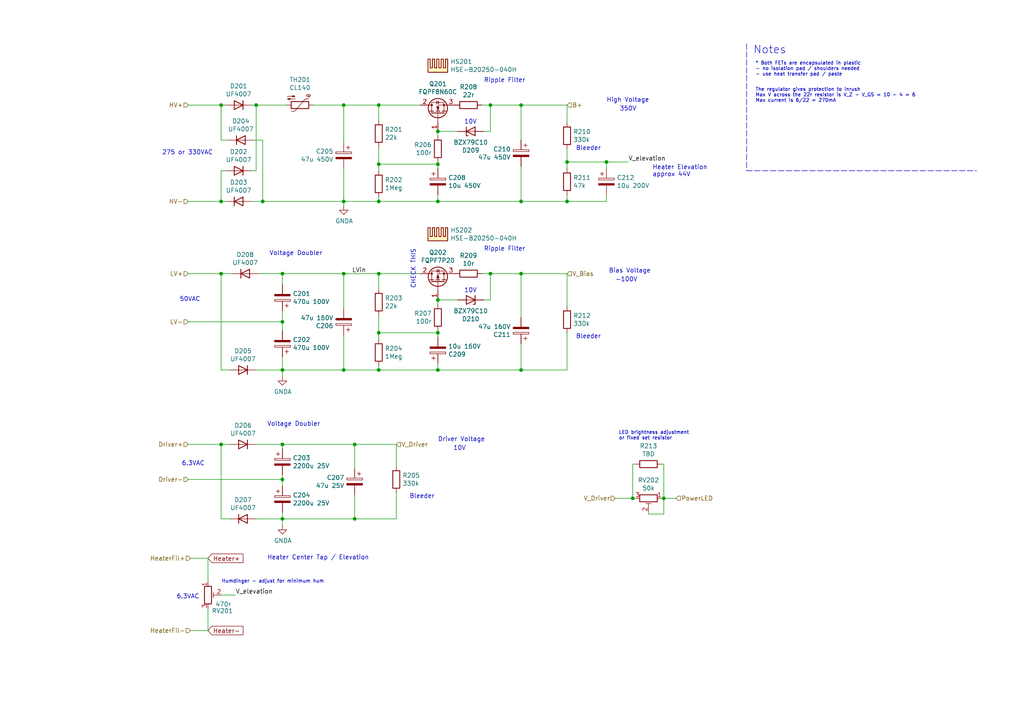
<source format=kicad_sch>
(kicad_sch (version 20211123) (generator eeschema)
  (paper "A4")
  (title_block (title "Baby Huey - \"Engineer's Version\" - Power Supply"))
  (lib_symbols
    (symbol "Device:C_Polarized" (pin_numbers hide) (pin_names (offset 0.254))
      (property "Reference" "C" (at 0.635 2.54 0))
      (property "Value" "C_Polarized" (at 0.635 -2.54 0))
      (symbol "C_Polarized_0_1"
        (rectangle (start -2.286 0.508) (end 2.286 1.016))
        (polyline (pts (xy -1.778 2.286) (xy -0.762 2.286)))
        (polyline (pts (xy -1.27 2.794) (xy -1.27 1.778)))
        (rectangle (start 2.286 -0.508) (end -2.286 -1.016) (fill (type outline)))
      )
      (symbol "C_Polarized_1_1"
        (pin passive line (at 0 3.81 270) (length 2.794) (name "~") (number "1"))
        (pin passive line (at 0 -3.81 90) (length 2.794) (name "~") (number "2"))
      )
    )
    (symbol "Device:D" (pin_numbers hide) (pin_names (offset 1.016) hide)
      (property "Reference" "D" (at 0 2.54 0))
      (property "Value" "D" (at 0 -2.54 0))
      (symbol "D_0_1"
        (polyline (pts (xy -1.27 1.27) (xy -1.27 -1.27)) (stroke (width 0.254)))
        (polyline (pts (xy 1.27 0) (xy -1.27 0)))
        (polyline (pts (xy 1.27 1.27) (xy 1.27 -1.27) (xy -1.27 0) (xy 1.27 1.27)) (stroke (width 0.254)))
      )
      (symbol "D_1_1"
        (pin passive line (at -3.81 0 0) (length 2.54) (name "K") (number "1"))
        (pin passive line (at 3.81 0 180) (length 2.54) (name "A") (number "2"))
      )
    )
    (symbol "Device:Q_NMOS_GDS" (pin_names (offset 0) hide)
      (property "Reference" "Q" (at 5.08 1.27 0))
      (property "Value" "Q_NMOS_GDS" (at 5.08 -1.27 0))
      (symbol "Q_NMOS_GDS_0_1"
        (polyline (pts (xy 0.254 0) (xy -2.54 0)))
        (polyline (pts (xy 0.254 1.905) (xy 0.254 -1.905)) (stroke (width 0.254)))
        (polyline (pts (xy 0.762 -1.27) (xy 0.762 -2.286)) (stroke (width 0.254)))
        (polyline (pts (xy 0.762 0.508) (xy 0.762 -0.508)) (stroke (width 0.254)))
        (polyline (pts (xy 0.762 2.286) (xy 0.762 1.27)) (stroke (width 0.254)))
        (polyline (pts (xy 2.54 2.54) (xy 2.54 1.778)))
        (polyline (pts (xy 2.54 -2.54) (xy 2.54 0) (xy 0.762 0)))
        (polyline (pts (xy 0.762 -1.778) (xy 3.302 -1.778) (xy 3.302 1.778) (xy 0.762 1.778)))
        (polyline (pts (xy 1.016 0) (xy 2.032 0.381) (xy 2.032 -0.381) (xy 1.016 0)) (fill (type outline)))
        (polyline (pts (xy 2.794 0.508) (xy 2.921 0.381) (xy 3.683 0.381) (xy 3.81 0.254)))
        (polyline (pts (xy 3.302 0.381) (xy 2.921 -0.254) (xy 3.683 -0.254) (xy 3.302 0.381)))
        (circle (center 1.651 0) (radius 2.794) (stroke (width 0.254)))
        (circle (center 2.54 -1.778) (radius 0.254) (fill (type outline)))
        (circle (center 2.54 1.778) (radius 0.254) (fill (type outline)))
      )
      (symbol "Q_NMOS_GDS_1_1"
        (pin input line (at -5.08 0 0) (length 2.54) (name "G") (number "1"))
        (pin passive line (at 2.54 5.08 270) (length 2.54) (name "D") (number "2"))
        (pin passive line (at 2.54 -5.08 90) (length 2.54) (name "S") (number "3"))
      )
    )
    (symbol "Device:Q_PMOS_GDS" (pin_names (offset 0) hide)
      (property "Reference" "Q" (at 5.08 1.27 0))
      (property "Value" "Q_PMOS_GDS" (at 5.08 -1.27 0))
      (symbol "Q_PMOS_GDS_0_1"
        (polyline (pts (xy 0.254 0) (xy -2.54 0)))
        (polyline (pts (xy 0.254 1.905) (xy 0.254 -1.905)) (stroke (width 0.254)))
        (polyline (pts (xy 0.762 -1.27) (xy 0.762 -2.286)) (stroke (width 0.254)))
        (polyline (pts (xy 0.762 0.508) (xy 0.762 -0.508)) (stroke (width 0.254)))
        (polyline (pts (xy 0.762 2.286) (xy 0.762 1.27)) (stroke (width 0.254)))
        (polyline (pts (xy 2.54 2.54) (xy 2.54 1.778)))
        (polyline (pts (xy 2.54 -2.54) (xy 2.54 0) (xy 0.762 0)))
        (polyline (pts (xy 0.762 1.778) (xy 3.302 1.778) (xy 3.302 -1.778) (xy 0.762 -1.778)))
        (polyline (pts (xy 2.286 0) (xy 1.27 0.381) (xy 1.27 -0.381) (xy 2.286 0)) (fill (type outline)))
        (polyline (pts (xy 2.794 -0.508) (xy 2.921 -0.381) (xy 3.683 -0.381) (xy 3.81 -0.254)))
        (polyline (pts (xy 3.302 -0.381) (xy 2.921 0.254) (xy 3.683 0.254) (xy 3.302 -0.381)))
        (circle (center 1.651 0) (radius 2.794) (stroke (width 0.254)))
        (circle (center 2.54 -1.778) (radius 0.254) (fill (type outline)))
        (circle (center 2.54 1.778) (radius 0.254) (fill (type outline)))
      )
      (symbol "Q_PMOS_GDS_1_1"
        (pin input line (at -5.08 0 0) (length 2.54) (name "G") (number "1"))
        (pin passive line (at 2.54 5.08 270) (length 2.54) (name "D") (number "2"))
        (pin passive line (at 2.54 -5.08 90) (length 2.54) (name "S") (number "3"))
      )
    )
    (symbol "Device:R" (pin_numbers hide) (pin_names (offset 0))
      (property "Reference" "R" (at 2.032 0 90))
      (property "Value" "R" (at 0 0 90))
      (symbol "R_0_1"
        (rectangle (start -1.016 -2.54) (end 1.016 2.54) (stroke (width 0.254)))
      )
      (symbol "R_1_1"
        (pin passive line (at 0 3.81 270) (length 1.27) (name "~") (number "1"))
        (pin passive line (at 0 -3.81 90) (length 1.27) (name "~") (number "2"))
      )
    )
    (symbol "Device:R_Potentiometer_Trim" (pin_names (offset 1.016) hide)
      (property "Reference" "RV" (at -4.445 0 90))
      (property "Value" "R_Potentiometer_Trim" (at -2.54 0 90))
      (symbol "R_Potentiometer_Trim_0_1"
        (polyline (pts (xy 1.524 0.762) (xy 1.524 -0.762)))
        (polyline (pts (xy 2.54 0) (xy 1.524 0)))
        (rectangle (start 1.016 2.54) (end -1.016 -2.54) (stroke (width 0.254)))
      )
      (symbol "R_Potentiometer_Trim_1_1"
        (pin passive line (at 0 3.81 270) (length 1.27) (name "1") (number "1"))
        (pin passive line (at 3.81 0 180) (length 1.27) (name "2") (number "2"))
        (pin passive line (at 0 -3.81 90) (length 1.27) (name "3") (number "3"))
      )
    )
    (symbol "Device:Thermistor_NTC" (pin_numbers hide) (pin_names (offset 0))
      (property "Reference" "TH" (at -4.445 0 90))
      (property "Value" "Thermistor_NTC" (at 3.175 0 90))
      (symbol "Thermistor_NTC_0_1"
        (arc (start -3.048 2.159) (mid -3.0505 2.3165) (end -3.175 2.413))
        (arc (start -3.048 2.159) (mid -2.9736 1.9794) (end -2.794 1.905))
        (arc (start -3.048 2.794) (mid -2.9736 2.6144) (end -2.794 2.54))
        (arc (start -2.794 1.905) (mid -2.6144 1.9794) (end -2.54 2.159))
        (arc (start -2.794 2.54) (mid -2.434 2.5608) (end -2.159 2.794))
        (arc (start -2.794 3.048) (mid -2.9736 2.9736) (end -3.048 2.794))
        (arc (start -2.54 2.794) (mid -2.6144 2.9736) (end -2.794 3.048))
        (rectangle (start -1.016 2.54) (end 1.016 -2.54) (stroke (width 0.254)))
        (polyline (pts (xy -2.54 2.159) (xy -2.54 2.794)))
        (polyline (pts (xy -1.778 2.54) (xy -1.778 1.524) (xy 1.778 -1.524) (xy 1.778 -2.54)))
        (polyline (pts (xy -2.54 -3.683) (xy -2.54 -1.397) (xy -2.794 -2.159) (xy -2.286 -2.159) (xy -2.54 -1.397) (xy -2.54 -1.651)) (fill (type outline)))
        (polyline (pts (xy -1.778 -1.397) (xy -1.778 -3.683) (xy -2.032 -2.921) (xy -1.524 -2.921) (xy -1.778 -3.683) (xy -1.778 -3.429)) (fill (type outline)))
      )
      (symbol "Thermistor_NTC_1_1"
        (pin passive line (at 0 3.81 270) (length 1.27) (name "~") (number "1"))
        (pin passive line (at 0 -3.81 90) (length 1.27) (name "~") (number "2"))
      )
    )
    (symbol "Diode:1N47xxA" (pin_numbers hide) (pin_names (offset 1.016) hide)
      (property "Reference" "D" (at 0 2.54 0))
      (property "Value" "1N47xxA" (at 0 -2.54 0))
      (symbol "1N47xxA_0_1"
        (polyline (pts (xy 1.27 0) (xy -1.27 0)))
        (polyline (pts (xy -1.27 -1.27) (xy -1.27 1.27) (xy -0.762 1.27)) (stroke (width 0.254)))
        (polyline (pts (xy 1.27 -1.27) (xy 1.27 1.27) (xy -1.27 0) (xy 1.27 -1.27)) (stroke (width 0.254)))
      )
      (symbol "1N47xxA_1_1"
        (pin passive line (at -3.81 0 0) (length 2.54) (name "K") (number "1"))
        (pin passive line (at 3.81 0 180) (length 2.54) (name "A") (number "2"))
      )
    )
    (symbol "Mechanical:Heatsink" (pin_names (offset 1.016))
      (property "Reference" "HS" (at 0 5.08 0))
      (property "Value" "Heatsink" (at 0 -1.27 0))
      (symbol "Heatsink_0_1"
        (polyline (pts (xy -0.3302 1.27) (xy -0.9652 1.27) (xy -0.9652 3.81) (xy -1.6002 3.81) (xy -1.6002 1.27) (xy -2.2352 1.27) (xy -2.2352 3.81) (xy -2.8702 3.81) (xy -2.8702 0) (xy -0.9652 0)) (stroke (width 0.254)) (fill (type background)))
        (polyline (pts (xy -0.3302 1.27) (xy -0.3302 3.81) (xy 0.3048 3.81) (xy 0.3048 1.27) (xy 0.9398 1.27) (xy 0.9398 3.81) (xy 1.5748 3.81) (xy 1.5748 1.27) (xy 2.2098 1.27) (xy 2.2098 3.81) (xy 2.8448 3.81) (xy 2.8448 0) (xy -0.9652 0)) (stroke (width 0.254)) (fill (type background)))
      )
    )
    (symbol "power:GNDA" (power) (pin_names (offset 0))
      (property "Value" "GNDA" (at 0 -3.81 0))
      (symbol "GNDA_0_1"
        (polyline (pts (xy 0 0) (xy 0 -1.27) (xy 1.27 -1.27) (xy 0 -2.54) (xy -1.27 -1.27) (xy 0 -1.27)))
      )
      (symbol "GNDA_1_1"
        (pin power_in line (at 0 0 270) (length 0) hide (name "GNDA") (number "1"))
      )
    )
  )
  (junction (at 81.915 150.495))
  (junction (at 64.135 128.905))
  (junction (at 102.87 128.905))
  (junction (at 64.135 79.375))
  (junction (at 109.855 58.42))
  (junction (at 151.13 58.42))
  (junction (at 81.915 79.375))
  (junction (at 127 58.42))
  (junction (at 109.855 79.375))
  (junction (at 109.855 30.48))
  (junction (at 109.855 47.625))
  (junction (at 74.295 30.48))
  (junction (at 64.135 58.42))
  (junction (at 76.2 58.42))
  (junction (at 109.855 96.52))
  (junction (at 183.515 144.526))
  (junction (at 127 86.995))
  (junction (at 142.24 30.48))
  (junction (at 127 38.1))
  (junction (at 81.915 139.065))
  (junction (at 127 96.52))
  (junction (at 64.135 30.48))
  (junction (at 109.855 107.315))
  (junction (at 151.13 79.375))
  (junction (at 151.13 30.48))
  (junction (at 127 47.625))
  (junction (at 81.915 107.315))
  (junction (at 99.695 30.48))
  (junction (at 81.915 93.345))
  (junction (at 102.87 150.495))
  (junction (at 175.895 46.99))
  (junction (at 99.695 79.375))
  (junction (at 142.24 79.375))
  (junction (at 151.13 107.315))
  (junction (at 192.532 144.526))
  (junction (at 127 107.315))
  (junction (at 81.915 128.905))
  (junction (at 99.695 58.42))
  (junction (at 164.465 46.99))
  (junction (at 99.695 107.315))
  (junction (at 164.465 58.42))
  (wire (pts (xy 81.915 150.495) (xy 102.87 150.495)))
  (polyline (pts (xy 216.535 12.7) (xy 216.535 49.53)))
  (wire (pts (xy 64.135 79.375) (xy 54.61 79.375)))
  (wire (pts (xy 99.695 79.375) (xy 99.695 89.535)))
  (wire (pts (xy 109.855 96.52) (xy 127 96.52)))
  (wire (pts (xy 99.695 59.69) (xy 99.695 58.42)))
  (wire (pts (xy 140.335 38.1) (xy 142.24 38.1)))
  (polyline (pts (xy 216.535 49.53) (xy 283.21 49.53)))
  (wire (pts (xy 192.532 134.62) (xy 192.532 144.526)))
  (wire (pts (xy 81.915 93.345) (xy 81.915 90.17)))
  (wire (pts (xy 81.915 95.885) (xy 81.915 93.345)))
  (wire (pts (xy 81.915 150.495) (xy 81.915 148.59)))
  (wire (pts (xy 127 48.895) (xy 127 47.625)))
  (wire (pts (xy 127 46.99) (xy 127 47.625)))
  (wire (pts (xy 182.245 46.99) (xy 175.895 46.99)))
  (wire (pts (xy 183.515 134.62) (xy 183.515 144.526)))
  (wire (pts (xy 109.855 83.82) (xy 109.855 79.375)))
  (wire (pts (xy 60.325 161.925) (xy 60.325 168.783)))
  (wire (pts (xy 65.405 58.42) (xy 64.135 58.42)))
  (wire (pts (xy 127 95.885) (xy 127 96.52)))
  (wire (pts (xy 81.915 93.345) (xy 54.61 93.345)))
  (wire (pts (xy 66.04 40.64) (xy 64.135 40.64)))
  (wire (pts (xy 81.915 137.795) (xy 81.915 139.065)))
  (wire (pts (xy 102.87 150.495) (xy 114.935 150.495)))
  (wire (pts (xy 109.855 98.425) (xy 109.855 96.52)))
  (wire (pts (xy 64.135 172.593) (xy 68.326 172.593)))
  (wire (pts (xy 151.13 30.48) (xy 164.465 30.48)))
  (wire (pts (xy 127 97.79) (xy 127 96.52)))
  (wire (pts (xy 142.24 30.48) (xy 151.13 30.48)))
  (wire (pts (xy 109.855 91.44) (xy 109.855 96.52)))
  (wire (pts (xy 109.855 30.48) (xy 121.92 30.48)))
  (wire (pts (xy 109.855 58.42) (xy 109.855 57.15)))
  (wire (pts (xy 142.24 38.1) (xy 142.24 30.48)))
  (wire (pts (xy 73.025 49.53) (xy 74.295 49.53)))
  (wire (pts (xy 109.855 107.315) (xy 109.855 106.045)))
  (wire (pts (xy 132.715 38.1) (xy 127 38.1)))
  (wire (pts (xy 192.532 144.526) (xy 192.532 149.098)))
  (wire (pts (xy 109.855 47.625) (xy 127 47.625)))
  (wire (pts (xy 54.61 58.42) (xy 64.135 58.42)))
  (wire (pts (xy 164.465 58.42) (xy 164.465 56.515)))
  (wire (pts (xy 183.515 144.526) (xy 184.277 144.526)))
  (wire (pts (xy 191.897 134.62) (xy 192.532 134.62)))
  (wire (pts (xy 66.675 107.315) (xy 64.135 107.315)))
  (wire (pts (xy 64.135 30.48) (xy 64.135 40.64)))
  (wire (pts (xy 64.135 128.905) (xy 66.675 128.905)))
  (wire (pts (xy 109.855 79.375) (xy 121.92 79.375)))
  (wire (pts (xy 114.935 150.495) (xy 114.935 142.875)))
  (wire (pts (xy 73.66 40.64) (xy 76.2 40.64)))
  (wire (pts (xy 164.465 46.99) (xy 175.895 46.99)))
  (wire (pts (xy 99.695 79.375) (xy 109.855 79.375)))
  (wire (pts (xy 142.24 86.995) (xy 142.24 79.375)))
  (wire (pts (xy 127 39.37) (xy 127 38.1)))
  (wire (pts (xy 164.465 43.18) (xy 164.465 46.99)))
  (wire (pts (xy 139.7 79.375) (xy 142.24 79.375)))
  (wire (pts (xy 191.897 144.526) (xy 192.532 144.526)))
  (wire (pts (xy 64.135 58.42) (xy 64.135 49.53)))
  (wire (pts (xy 73.025 58.42) (xy 76.2 58.42)))
  (wire (pts (xy 164.465 107.315) (xy 164.465 96.52)))
  (wire (pts (xy 109.855 58.42) (xy 127 58.42)))
  (wire (pts (xy 140.335 86.995) (xy 142.24 86.995)))
  (wire (pts (xy 109.855 42.545) (xy 109.855 47.625)))
  (wire (pts (xy 164.465 79.375) (xy 164.465 88.9)))
  (wire (pts (xy 175.895 48.895) (xy 175.895 46.99)))
  (wire (pts (xy 64.135 79.375) (xy 64.135 107.315)))
  (wire (pts (xy 66.675 150.495) (xy 64.135 150.495)))
  (wire (pts (xy 109.855 49.53) (xy 109.855 47.625)))
  (wire (pts (xy 151.13 48.26) (xy 151.13 58.42)))
  (wire (pts (xy 102.87 128.905) (xy 114.935 128.905)))
  (wire (pts (xy 127 58.42) (xy 151.13 58.42)))
  (wire (pts (xy 178.435 144.526) (xy 183.515 144.526)))
  (wire (pts (xy 164.465 46.99) (xy 164.465 48.895)))
  (wire (pts (xy 74.295 30.48) (xy 74.295 49.53)))
  (wire (pts (xy 127 107.315) (xy 151.13 107.315)))
  (wire (pts (xy 151.13 40.64) (xy 151.13 30.48)))
  (wire (pts (xy 81.915 82.55) (xy 81.915 79.375)))
  (wire (pts (xy 81.915 107.315) (xy 81.915 103.505)))
  (wire (pts (xy 74.295 128.905) (xy 81.915 128.905)))
  (wire (pts (xy 151.13 99.695) (xy 151.13 107.315)))
  (wire (pts (xy 81.915 140.97) (xy 81.915 139.065)))
  (wire (pts (xy 114.935 128.905) (xy 114.935 135.255)))
  (wire (pts (xy 151.13 107.315) (xy 164.465 107.315)))
  (wire (pts (xy 74.295 150.495) (xy 81.915 150.495)))
  (wire (pts (xy 188.087 148.336) (xy 188.087 149.098)))
  (wire (pts (xy 109.855 107.315) (xy 127 107.315)))
  (wire (pts (xy 90.805 30.48) (xy 99.695 30.48)))
  (wire (pts (xy 99.695 30.48) (xy 109.855 30.48)))
  (wire (pts (xy 132.715 86.995) (xy 127 86.995)))
  (wire (pts (xy 192.532 149.098) (xy 188.087 149.098)))
  (wire (pts (xy 127 88.265) (xy 127 86.995)))
  (wire (pts (xy 81.915 79.375) (xy 99.695 79.375)))
  (wire (pts (xy 60.325 161.925) (xy 55.245 161.925)))
  (wire (pts (xy 81.915 109.22) (xy 81.915 107.315)))
  (wire (pts (xy 74.295 107.315) (xy 81.915 107.315)))
  (wire (pts (xy 76.2 58.42) (xy 99.695 58.42)))
  (wire (pts (xy 164.465 58.42) (xy 175.895 58.42)))
  (wire (pts (xy 81.915 107.315) (xy 99.695 107.315)))
  (wire (pts (xy 81.915 128.905) (xy 102.87 128.905)))
  (wire (pts (xy 102.87 143.51) (xy 102.87 150.495)))
  (wire (pts (xy 109.855 34.925) (xy 109.855 30.48)))
  (wire (pts (xy 192.532 144.526) (xy 196.088 144.526)))
  (wire (pts (xy 151.13 79.375) (xy 164.465 79.375)))
  (wire (pts (xy 81.915 152.4) (xy 81.915 150.495)))
  (wire (pts (xy 99.695 107.315) (xy 109.855 107.315)))
  (wire (pts (xy 151.13 92.075) (xy 151.13 79.375)))
  (wire (pts (xy 64.135 49.53) (xy 65.405 49.53)))
  (wire (pts (xy 74.295 30.48) (xy 73.025 30.48)))
  (wire (pts (xy 64.135 150.495) (xy 64.135 128.905)))
  (wire (pts (xy 76.2 40.64) (xy 76.2 58.42)))
  (wire (pts (xy 74.93 79.375) (xy 81.915 79.375)))
  (wire (pts (xy 67.31 79.375) (xy 64.135 79.375)))
  (wire (pts (xy 99.695 58.42) (xy 109.855 58.42)))
  (wire (pts (xy 81.915 130.175) (xy 81.915 128.905)))
  (wire (pts (xy 99.695 30.48) (xy 99.695 41.275)))
  (wire (pts (xy 60.325 176.403) (xy 60.325 182.88)))
  (wire (pts (xy 99.695 97.155) (xy 99.695 107.315)))
  (wire (pts (xy 183.515 134.62) (xy 184.277 134.62)))
  (wire (pts (xy 127 105.41) (xy 127 107.315)))
  (wire (pts (xy 102.87 128.905) (xy 102.87 135.89)))
  (wire (pts (xy 64.135 128.905) (xy 54.61 128.905)))
  (wire (pts (xy 74.295 30.48) (xy 83.185 30.48)))
  (wire (pts (xy 164.465 30.48) (xy 164.465 35.56)))
  (wire (pts (xy 127 56.515) (xy 127 58.42)))
  (wire (pts (xy 99.695 48.895) (xy 99.695 58.42)))
  (wire (pts (xy 139.7 30.48) (xy 142.24 30.48)))
  (wire (pts (xy 81.915 139.065) (xy 54.61 139.065)))
  (wire (pts (xy 175.895 58.42) (xy 175.895 56.515)))
  (wire (pts (xy 142.24 79.375) (xy 151.13 79.375)))
  (wire (pts (xy 54.61 30.48) (xy 64.135 30.48)))
  (wire (pts (xy 55.245 182.88) (xy 60.325 182.88)))
  (wire (pts (xy 64.135 30.48) (xy 65.405 30.48)))
  (wire (pts (xy 151.13 58.42) (xy 164.465 58.42)))
  (text "The regulator gives protection to inrush\nMax V across the 22r resistor is V_Z - V_GS = 10 - 4 = 6\nMax current is 6/22 = 270mA" (at 219.075 29.845 0) (effects (font (size 0.9906 0.9906)) (justify left bottom)))
  (text "Bleeder" (at 118.745 144.78 0) (effects (font (size 1.27 1.27)) (justify left bottom)))
  (text "Ripple Filter" (at 140.335 73.025 0) (effects (font (size 1.27 1.27)) (justify left bottom)))
  (text "Bleeder" (at 167.005 98.425 0) (effects (font (size 1.27 1.27)) (justify left bottom)))
  (text "CHECK THIS" (at 120.65 83.82 90) (effects (font (size 1.27 1.27)) (justify left bottom)))
  (text "* Both FETs are encapsulated in plastic\n- no isolation pad / shoulders needed\n- use heat transfer pad / paste" (at 219.075 22.225 0) (effects (font (size 0.9906 0.9906)) (justify left bottom)))
  (text "350V" (at 179.705 32.385 0) (effects (font (size 1.27 1.27)) (justify left bottom)))
  (text "Bleeder" (at 167.005 43.815 0) (effects (font (size 1.27 1.27)) (justify left bottom)))
  (text "10V" (at 131.445 130.81 0) (effects (font (size 1.27 1.27)) (justify left bottom)))
  (text "10V" (at 134.62 85.09 0) (effects (font (size 1.27 1.27)) (justify left bottom)))
  (text "Ripple Filter" (at 140.335 24.13 0) (effects (font (size 1.27 1.27)) (justify left bottom)))
  (text "Heater Elevation\napprox 44V" (at 189.23 51.435 0) (effects (font (size 1.27 1.27)) (justify left bottom)))
  (text "Bias Voltage" (at 176.53 79.375 0) (effects (font (size 1.27 1.27)) (justify left bottom)))
  (text "-100V" (at 178.435 81.915 0) (effects (font (size 1.27 1.27)) (justify left bottom)))
  (text "Driver Voltage" (at 127 128.27 0) (effects (font (size 1.27 1.27)) (justify left bottom)))
  (text "6.3VAC" (at 52.705 135.255 0) (effects (font (size 1.27 1.27)) (justify left bottom)))
  (text "Voltage Doubler" (at 77.47 123.825 0) (effects (font (size 1.27 1.27)) (justify left bottom)))
  (text "Voltage Doubler" (at 78.105 74.295 0) (effects (font (size 1.27 1.27)) (justify left bottom)))
  (text "275 or 330VAC" (at 46.99 45.085 0) (effects (font (size 1.27 1.27)) (justify left bottom)))
  (text "Heater Center Tap / Elevation " (at 77.47 162.56 0) (effects (font (size 1.27 1.27)) (justify left bottom)))
  (text "Notes" (at 218.44 15.875 0) (effects (font (size 2.2606 2.2606)) (justify left bottom)))
  (text "Humdinger - adjust for minimum hum" (at 64.262 169.291 0) (effects (font (size 1 1)) (justify left bottom)))
  (text "LED brightness adjustment\nor fixed set resistor" (at 179.451 127.762 0) (effects (font (size 1 1)) (justify left bottom)))
  (text "10V" (at 134.62 36.195 0) (effects (font (size 1.27 1.27)) (justify left bottom)))
  (text "High Voltage" (at 175.895 29.845 0) (effects (font (size 1.27 1.27)) (justify left bottom)))
  (text "6.3VAC" (at 51.181 173.863 0) (effects (font (size 1.27 1.27)) (justify left bottom)))
  (text "50VAC" (at 52.07 87.63 0) (effects (font (size 1.27 1.27)) (justify left bottom)))
  (label "V_elevation" (at 182.245 46.99 0))
  (label "LVin" (at 102.108 79.375 0))
  (label "V_elevation" (at 68.326 172.593 0))
  (global_label "Heater-" (shape input) (at 60.325 182.88 0) (property "Intersheet References" "${INTERSHEET_REFS}" (effects hide)))
  (global_label "Heater+" (shape input) (at 60.325 161.925 0) (property "Intersheet References" "${INTERSHEET_REFS}" (effects hide)))
  (hierarchical_label "PowerLED" (shape input) (at 196.088 144.526 0))
  (hierarchical_label "Driver-" (shape input) (at 54.61 139.065 180))
  (hierarchical_label "V_Driver" (shape input) (at 178.435 144.526 180))
  (hierarchical_label "Driver+" (shape input) (at 54.61 128.905 180))
  (hierarchical_label "V_Driver" (shape input) (at 114.935 128.905 0))
  (hierarchical_label "HeaterFil+" (shape input) (at 55.245 161.925 180))
  (hierarchical_label "HV-" (shape input) (at 54.61 58.42 180))
  (hierarchical_label "B+" (shape input) (at 164.465 30.48 0))
  (hierarchical_label "HV+" (shape input) (at 54.61 30.48 180))
  (hierarchical_label "HeaterFil-" (shape input) (at 55.245 182.88 180))
  (hierarchical_label "LV+" (shape input) (at 54.61 79.375 180))
  (hierarchical_label "LV-" (shape input) (at 54.61 93.345 180))
  (hierarchical_label "V_Bias" (shape input) (at 164.465 79.375 0))
  (symbol (lib_id "Device:Q_NMOS_GDS") (at 127 33.02 90) (unit 1)
    (property "Reference" "Q201" (at 127 24.3332 90))
    (property "Value" "FQPF8N60C" (at 127 26.6446 90))
    (property "Footprint" "Package_TO_SOT_THT:TO-220-3_Vertical" (effects hide))
    (property "mpn" "FQPF8N60C" (effects hide))
  )
  (symbol (lib_id "Device:R") (at 127 43.18 0) (mirror y) (unit 1)
    (property "Reference" "R206" (at 125.222 42.0116 0) (effects (justify left)))
    (property "Value" "100r" (at 125.222 44.323 0) (effects (justify left)))
    (property "Footprint" "Resistor_THT:R_Axial_DIN0207_L6.3mm_D2.5mm_P10.16mm_Horizontal" (effects hide))
    (property "mpn" "MF0207FRE52-100R" (effects hide))
  )
  (symbol (lib_id "Device:R") (at 135.89 30.48 270) (unit 1)
    (property "Reference" "R208" (at 135.89 25.2222 90))
    (property "Value" "22r" (at 135.89 27.5336 90))
    (property "Footprint" "Resistor_THT:R_Axial_DIN0207_L6.3mm_D2.5mm_P10.16mm_Horizontal" (effects hide))
    (property "mpn" "LR1F22R" (effects hide))
  )
  (symbol (lib_id "Device:C_Polarized") (at 151.13 44.45 0) (mirror y) (unit 1)
    (property "Reference" "C210" (at 148.1328 43.2816 0) (effects (justify left)))
    (property "Value" "47u 450V" (at 148.1328 45.593 0) (effects (justify left)))
    (property "Footprint" "Capacitor_THT:CP_Radial_D18.0mm_P7.50mm" (effects hide))
    (property "mpn" "EEU-EE2W470S" (effects hide))
  )
  (symbol (lib_id "Device:R") (at 109.855 87.63 0) (unit 1)
    (property "Reference" "R203" (at 111.633 86.4616 0) (effects (justify left)))
    (property "Value" "22k" (at 111.633 88.773 0) (effects (justify left)))
    (property "Footprint" "Resistor_THT:R_Axial_DIN0207_L6.3mm_D2.5mm_P10.16mm_Horizontal" (effects hide))
    (property "mpn" "MF0207FTE52-22K" (effects hide))
  )
  (symbol (lib_id "Device:R") (at 109.855 102.235 0) (unit 1)
    (property "Reference" "R204" (at 111.633 101.0666 0) (effects (justify left)))
    (property "Value" "1Meg" (at 111.633 103.378 0) (effects (justify left)))
    (property "Footprint" "Resistor_THT:R_Axial_DIN0207_L6.3mm_D2.5mm_P10.16mm_Horizontal" (effects hide))
    (property "mpn" "MF0207FRE52-1M" (effects hide))
  )
  (symbol (lib_id "Diode:1N47xxA") (at 136.525 86.995 180) (unit 1)
    (property "Reference" "D210" (at 136.525 92.5068 0))
    (property "Value" "BZX79C10" (at 136.525 90.1954 0))
    (property "Footprint" "Diode_THT:D_DO-35_SOD27_P7.62mm_Horizontal" (effects hide))
    (property "Datasheet" "https://www.vishay.com/docs/85816/1n4728a.pdf" (effects hide))
    (property "mpn" "BZX79C10" (effects hide))
  )
  (symbol (lib_id "Device:C_Polarized") (at 127 101.6 0) (mirror x) (unit 1)
    (property "Reference" "C209" (at 129.9972 102.7684 0) (effects (justify left)))
    (property "Value" "10u 160V" (at 129.9972 100.457 0) (effects (justify left)))
    (property "Footprint" "Capacitor_THT:CP_Radial_D10.0mm_P5.00mm" (effects hide))
    (property "mpn" "517D106M160CC6AE3" (effects hide))
  )
  (symbol (lib_id "Mechanical:Heatsink") (at 127 69.85 0) (unit 1)
    (property "Reference" "HS202" (at 130.6068 66.7766 0) (effects (justify left)))
    (property "Value" "HSE-B20250-040H" (at 130.6068 69.088 0) (effects (justify left)))
    (property "Footprint" "TC Valves:HSE-B20250-040H" (effects hide))
    (property "mpn" "HSE-B20250-040H" (effects hide))
  )
  (symbol (lib_id "Device:C_Polarized") (at 99.695 93.345 180) (unit 1)
    (property "Reference" "C206" (at 96.6978 94.5134 0) (effects (justify left)))
    (property "Value" "47u 160V" (at 96.6978 92.202 0) (effects (justify left)))
    (property "Footprint" "Capacitor_THT:CP_Radial_D12.5mm_P5.00mm" (effects hide))
    (property "mpn" "UPS2C470MHD1TO" (effects hide))
  )
  (symbol (lib_id "Device:R") (at 164.465 92.71 0) (unit 1)
    (property "Reference" "R212" (at 166.243 91.5416 0) (effects (justify left)))
    (property "Value" "330k" (at 166.243 93.853 0) (effects (justify left)))
    (property "Footprint" "Resistor_THT:R_Axial_DIN0207_L6.3mm_D2.5mm_P10.16mm_Horizontal" (effects hide))
    (property "mpn" "LR1F330K" (effects hide))
  )
  (symbol (lib_id "Device:R") (at 127 92.075 0) (mirror y) (unit 1)
    (property "Reference" "R207" (at 125.222 90.9066 0) (effects (justify left)))
    (property "Value" "100r" (at 125.222 93.218 0) (effects (justify left)))
    (property "Footprint" "Resistor_THT:R_Axial_DIN0207_L6.3mm_D2.5mm_P10.16mm_Horizontal" (effects hide))
    (property "mpn" "MF0207FRE52-100R" (effects hide))
  )
  (symbol (lib_id "Device:R") (at 135.89 79.375 270) (unit 1)
    (property "Reference" "R209" (at 135.89 74.1172 90))
    (property "Value" "10r" (at 135.89 76.4286 90))
    (property "Footprint" "Resistor_THT:R_Axial_DIN0207_L6.3mm_D2.5mm_P10.16mm_Horizontal" (effects hide))
    (property "mpn" "LR1F10R" (effects hide))
  )
  (symbol (lib_id "Device:C_Polarized") (at 151.13 95.885 180) (unit 1)
    (property "Reference" "C211" (at 148.1328 97.0534 0) (effects (justify left)))
    (property "Value" "47u 160V" (at 148.1328 94.742 0) (effects (justify left)))
    (property "Footprint" "Capacitor_THT:CP_Radial_D12.5mm_P5.00mm" (effects hide))
    (property "mpn" "UPS2C470MHD1TO" (effects hide))
  )
  (symbol (lib_id "Device:Q_PMOS_GDS") (at 127 81.915 90) (unit 1)
    (property "Reference" "Q202" (at 127 73.2282 90))
    (property "Value" "FQPF7P20" (at 127 75.5396 90))
    (property "Footprint" "Package_TO_SOT_THT:TO-220-3_Vertical" (effects hide))
    (property "mpn" "FQPF7P20" (effects hide))
  )
  (symbol (lib_id "Device:C_Polarized") (at 102.87 139.7 0) (mirror y) (unit 1)
    (property "Reference" "C207" (at 99.8728 138.5316 0) (effects (justify left)))
    (property "Value" "47u 25V" (at 99.8728 140.843 0) (effects (justify left)))
    (property "Footprint" "Capacitor_THT:CP_Radial_D5.0mm_P2.50mm" (effects hide))
    (property "mpn" "UVR1E470MDD1TD" (effects hide))
  )
  (symbol (lib_id "Device:C_Polarized") (at 175.895 52.705 0) (unit 1)
    (property "Reference" "C212" (at 178.8922 51.5366 0) (effects (justify left)))
    (property "Value" "10u 200V" (at 178.8922 53.848 0) (effects (justify left)))
    (property "Footprint" "Capacitor_THT:CP_Radial_D10.0mm_P5.00mm" (effects hide))
    (property "mpn" "ECA-2DM100B" (effects hide))
  )
  (symbol (lib_id "Device:D") (at 71.12 79.375 0) (unit 1)
    (property "Reference" "D208" (at 71.12 73.8632 0))
    (property "Value" "UF4007" (at 71.12 76.1746 0))
    (property "Footprint" "Diode_THT:D_DO-41_SOD81_P7.62mm_Horizontal" (effects hide))
    (property "mpn" "UF4007" (effects hide))
  )
  (symbol (lib_id "Device:D") (at 70.485 107.315 180) (unit 1)
    (property "Reference" "D205" (at 70.485 101.8032 0))
    (property "Value" "UF4007" (at 70.485 104.1146 0))
    (property "Footprint" "Diode_THT:D_DO-41_SOD81_P7.62mm_Horizontal" (effects hide))
    (property "mpn" "UF4007" (effects hide))
  )
  (symbol (lib_id "Device:C_Polarized") (at 81.915 86.36 180) (unit 1)
    (property "Reference" "C201" (at 84.9122 85.1916 0) (effects (justify right)))
    (property "Value" "470u 100V" (at 84.9122 87.503 0) (effects (justify right)))
    (property "Footprint" "Capacitor_THT:CP_Radial_D18.0mm_P7.50mm" (effects hide))
    (property "mpn" "EST477M100AN5AA" (effects hide))
  )
  (symbol (lib_id "Device:C_Polarized") (at 81.915 99.695 180) (unit 1)
    (property "Reference" "C202" (at 84.9122 98.5266 0) (effects (justify right)))
    (property "Value" "470u 100V" (at 84.9122 100.838 0) (effects (justify right)))
    (property "Footprint" "Capacitor_THT:CP_Radial_D18.0mm_P7.50mm" (effects hide))
    (property "mpn" "EST477M100AN5AA" (effects hide))
  )
  (symbol (lib_id "power:GNDA") (at 81.915 109.22 0) (unit 1)
    (property "Reference" "#PWR0201" (effects hide))
    (property "Value" "GNDA" (at 82.042 113.6142 0))
  )
  (symbol (lib_id "Device:D") (at 70.485 128.905 180) (unit 1)
    (property "Reference" "D206" (at 70.485 123.3932 0))
    (property "Value" "UF4007" (at 70.485 125.7046 0))
    (property "Footprint" "Diode_THT:D_DO-41_SOD81_P7.62mm_Horizontal" (effects hide))
    (property "mpn" "UF4007" (effects hide))
  )
  (symbol (lib_id "Device:D") (at 70.485 150.495 0) (unit 1)
    (property "Reference" "D207" (at 70.485 144.9832 0))
    (property "Value" "UF4007" (at 70.485 147.2946 0))
    (property "Footprint" "Diode_THT:D_DO-41_SOD81_P7.62mm_Horizontal" (effects hide))
    (property "mpn" "UF4007" (effects hide))
  )
  (symbol (lib_id "Device:C_Polarized") (at 81.915 133.985 0) (unit 1)
    (property "Reference" "C203" (at 84.9122 132.8166 0) (effects (justify left)))
    (property "Value" "2200u 25V" (at 84.9122 135.128 0) (effects (justify left)))
    (property "Footprint" "Capacitor_THT:CP_Radial_D12.5mm_P5.00mm" (effects hide))
    (property "mpn" "228CKS025M" (effects hide))
  )
  (symbol (lib_id "Device:C_Polarized") (at 81.915 144.78 0) (unit 1)
    (property "Reference" "C204" (at 84.9122 143.6116 0) (effects (justify left)))
    (property "Value" "2200u 25V" (at 84.9122 145.923 0) (effects (justify left)))
    (property "Footprint" "Capacitor_THT:CP_Radial_D12.5mm_P5.00mm" (effects hide))
    (property "mpn" "228CKS025M" (effects hide))
  )
  (symbol (lib_id "power:GNDA") (at 81.915 152.4 0) (unit 1)
    (property "Reference" "#PWR0202" (effects hide))
    (property "Value" "GNDA" (at 82.042 156.7942 0))
  )
  (symbol (lib_id "Device:R") (at 109.855 38.735 0) (unit 1)
    (property "Reference" "R201" (at 111.633 37.5666 0) (effects (justify left)))
    (property "Value" "22k" (at 111.633 39.878 0) (effects (justify left)))
    (property "Footprint" "Resistor_THT:R_Axial_DIN0207_L6.3mm_D2.5mm_P10.16mm_Horizontal" (effects hide))
    (property "mpn" "MF0207FTE52-22K" (effects hide))
  )
  (symbol (lib_id "Device:R") (at 109.855 53.34 0) (unit 1)
    (property "Reference" "R202" (at 111.633 52.1716 0) (effects (justify left)))
    (property "Value" "1Meg" (at 111.633 54.483 0) (effects (justify left)))
    (property "Footprint" "Resistor_THT:R_Axial_DIN0207_L6.3mm_D2.5mm_P10.16mm_Horizontal" (effects hide))
    (property "mpn" "MF0207FRE52-1M" (effects hide))
  )
  (symbol (lib_id "Diode:1N47xxA") (at 136.525 38.1 0) (mirror x) (unit 1)
    (property "Reference" "D209" (at 136.525 43.6118 0))
    (property "Value" "BZX79C10" (at 136.525 41.3004 0))
    (property "Footprint" "Diode_THT:D_DO-35_SOD27_P7.62mm_Horizontal" (effects hide))
    (property "Datasheet" "https://www.vishay.com/docs/85816/1n4728a.pdf" (effects hide))
    (property "mpn" "BZX79C10" (effects hide))
  )
  (symbol (lib_id "Device:C_Polarized") (at 127 52.705 0) (unit 1)
    (property "Reference" "C208" (at 129.9972 51.5366 0) (effects (justify left)))
    (property "Value" "10u 450V" (at 129.9972 53.848 0) (effects (justify left)))
    (property "Footprint" "Capacitor_THT:CP_Radial_D16.0mm_P7.50mm" (effects hide))
    (property "mpn" "UPM2W100MHD" (effects hide))
  )
  (symbol (lib_id "Mechanical:Heatsink") (at 127 20.955 0) (unit 1)
    (property "Reference" "HS201" (at 130.6068 17.8816 0) (effects (justify left)))
    (property "Value" "HSE-B20250-040H" (at 130.6068 20.193 0) (effects (justify left)))
    (property "Footprint" "TC Valves:HSE-B20250-040H" (effects hide))
    (property "mpn" "HSE-B20250-040H" (effects hide))
  )
  (symbol (lib_id "Device:Thermistor_NTC") (at 86.995 30.48 270) (unit 1)
    (property "Reference" "TH201" (at 86.995 23.114 90))
    (property "Value" "CL140" (at 86.995 25.4254 90))
    (property "Footprint" "Varistor:RV_Disc_D12mm_W4.8mm_P7.5mm" (effects hide))
    (property "mpn" "CL140" (effects hide))
  )
  (symbol (lib_id "Device:C_Polarized") (at 99.695 45.085 0) (mirror y) (unit 1)
    (property "Reference" "C205" (at 96.6978 43.9166 0) (effects (justify left)))
    (property "Value" "47u 450V" (at 96.6978 46.228 0) (effects (justify left)))
    (property "Footprint" "Capacitor_THT:CP_Radial_D18.0mm_P7.50mm" (effects hide))
    (property "mpn" "EEU-EE2W470S" (effects hide))
  )
  (symbol (lib_id "Device:R") (at 164.465 39.37 0) (unit 1)
    (property "Reference" "R210" (at 166.243 38.2016 0) (effects (justify left)))
    (property "Value" "330k" (at 166.243 40.513 0) (effects (justify left)))
    (property "Footprint" "Resistor_THT:R_Axial_DIN0207_L6.3mm_D2.5mm_P10.16mm_Horizontal" (effects hide))
    (property "mpn" "LR1F330K" (effects hide))
  )
  (symbol (lib_id "Device:R") (at 164.465 52.705 0) (unit 1)
    (property "Reference" "R211" (at 166.243 51.5366 0) (effects (justify left)))
    (property "Value" "47k" (at 166.243 53.848 0) (effects (justify left)))
    (property "Footprint" "Resistor_THT:R_Axial_DIN0207_L6.3mm_D2.5mm_P10.16mm_Horizontal" (effects hide))
    (property "mpn" "MF0207FRE52-47K" (effects hide))
  )
  (symbol (lib_id "Device:R") (at 114.935 139.065 0) (unit 1)
    (property "Reference" "R205" (at 116.713 137.8966 0) (effects (justify left)))
    (property "Value" "330k" (at 116.713 140.208 0) (effects (justify left)))
    (property "Footprint" "Resistor_THT:R_Axial_DIN0207_L6.3mm_D2.5mm_P10.16mm_Horizontal" (effects hide))
    (property "mpn" "LR1F330K" (effects hide))
  )
  (symbol (lib_id "power:GNDA") (at 99.695 59.69 0) (unit 1)
    (property "Reference" "#PWR0203" (effects hide))
    (property "Value" "GNDA" (at 99.822 64.0842 0))
  )
  (symbol (lib_id "Device:D") (at 69.215 30.48 180) (unit 1)
    (property "Reference" "D201" (at 69.215 24.9682 0))
    (property "Value" "UF4007" (at 69.215 27.2796 0))
    (property "Footprint" "Diode_THT:D_DO-41_SOD81_P7.62mm_Horizontal" (effects hide))
    (property "mpn" "UF4007" (effects hide))
  )
  (symbol (lib_id "Device:D") (at 69.215 58.42 0) (unit 1)
    (property "Reference" "D203" (at 69.215 52.9082 0))
    (property "Value" "UF4007" (at 69.215 55.2196 0))
    (property "Footprint" "Diode_THT:D_DO-41_SOD81_P7.62mm_Horizontal" (effects hide))
    (property "mpn" "UF4007" (effects hide))
  )
  (symbol (lib_id "Device:D") (at 69.85 40.64 0) (unit 1)
    (property "Reference" "D204" (at 69.85 35.1282 0))
    (property "Value" "UF4007" (at 69.85 37.4396 0))
    (property "Footprint" "Diode_THT:D_DO-41_SOD81_P7.62mm_Horizontal" (effects hide))
    (property "mpn" "UF4007" (effects hide))
  )
  (symbol (lib_id "Device:D") (at 69.215 49.53 180) (unit 1)
    (property "Reference" "D202" (at 69.215 44.0182 0))
    (property "Value" "UF4007" (at 69.215 46.3296 0))
    (property "Footprint" "Diode_THT:D_DO-41_SOD81_P7.62mm_Horizontal" (effects hide))
    (property "mpn" "UF4007" (effects hide))
  )
  (symbol (lib_id "Device:R_Potentiometer_Trim") (at 188.087 144.526 270) (unit 1)
    (property "Reference" "RV202" (at 188.087 139.2682 90))
    (property "Value" "50k" (at 188.087 141.5796 90))
    (property "Footprint" "Potentiometer_THT:Potentiometer_Bourns_3339P_Vertical" (effects hide))
    (property "mpn" "3339P-1-503LF" (effects hide))
  )
  (symbol (lib_id "Device:R") (at 188.087 134.62 270) (unit 1)
    (property "Reference" "R213" (at 188.087 129.3622 90))
    (property "Value" "TBD" (at 188.087 131.6736 90))
    (property "Footprint" "Resistor_THT:R_Axial_DIN0207_L6.3mm_D2.5mm_P10.16mm_Horizontal" (effects hide))
  )
  (symbol (lib_id "Device:R_Potentiometer_Trim") (at 60.325 172.593 0) (unit 1)
    (property "Reference" "RV201" (at 64.516 177.165 0))
    (property "Value" "470r" (at 64.77 175.26 0))
    (property "Footprint" "Potentiometer_THT:Potentiometer_Bourns_3339P_Vertical" (effects hide))
    (property "mpn" "3339P-1-501LF" (effects hide))
  )
)
</source>
